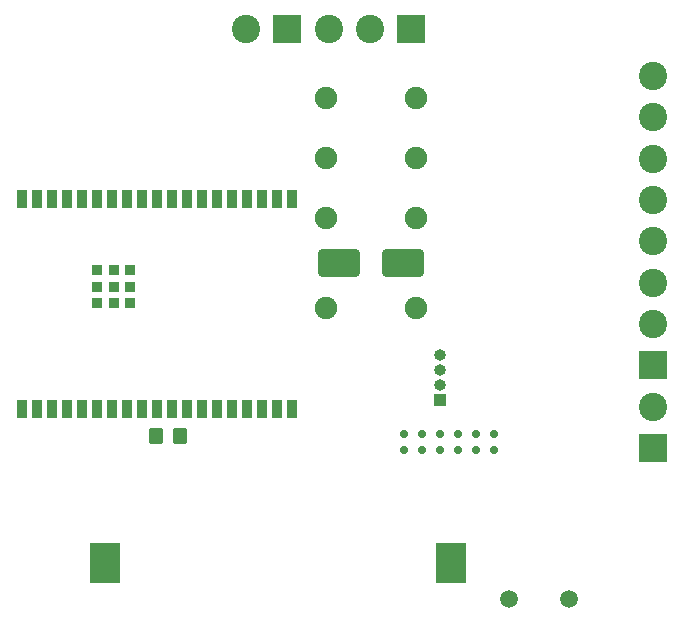
<source format=gbr>
%TF.GenerationSoftware,KiCad,Pcbnew,(7.0.0-0)*%
%TF.CreationDate,2023-06-26T00:58:41+02:00*%
%TF.ProjectId,door_bell,646f6f72-5f62-4656-9c6c-2e6b69636164,rev?*%
%TF.SameCoordinates,Original*%
%TF.FileFunction,Soldermask,Bot*%
%TF.FilePolarity,Negative*%
%FSLAX46Y46*%
G04 Gerber Fmt 4.6, Leading zero omitted, Abs format (unit mm)*
G04 Created by KiCad (PCBNEW (7.0.0-0)) date 2023-06-26 00:58:41*
%MOMM*%
%LPD*%
G01*
G04 APERTURE LIST*
G04 Aperture macros list*
%AMRoundRect*
0 Rectangle with rounded corners*
0 $1 Rounding radius*
0 $2 $3 $4 $5 $6 $7 $8 $9 X,Y pos of 4 corners*
0 Add a 4 corners polygon primitive as box body*
4,1,4,$2,$3,$4,$5,$6,$7,$8,$9,$2,$3,0*
0 Add four circle primitives for the rounded corners*
1,1,$1+$1,$2,$3*
1,1,$1+$1,$4,$5*
1,1,$1+$1,$6,$7*
1,1,$1+$1,$8,$9*
0 Add four rect primitives between the rounded corners*
20,1,$1+$1,$2,$3,$4,$5,0*
20,1,$1+$1,$4,$5,$6,$7,0*
20,1,$1+$1,$6,$7,$8,$9,0*
20,1,$1+$1,$8,$9,$2,$3,0*%
G04 Aperture macros list end*
%ADD10R,2.540000X3.510000*%
%ADD11RoundRect,0.150000X0.200000X-0.150000X0.200000X0.150000X-0.200000X0.150000X-0.200000X-0.150000X0*%
%ADD12C,1.905000*%
%ADD13C,1.500000*%
%ADD14R,2.400000X2.400000*%
%ADD15C,2.400000*%
%ADD16R,1.000000X1.000000*%
%ADD17O,1.000000X1.000000*%
%ADD18R,0.900000X0.900000*%
%ADD19R,0.880000X0.900000*%
%ADD20R,0.900000X1.500000*%
%ADD21RoundRect,0.250000X0.350000X0.450000X-0.350000X0.450000X-0.350000X-0.450000X0.350000X-0.450000X0*%
%ADD22RoundRect,0.250000X-1.500000X-0.900000X1.500000X-0.900000X1.500000X0.900000X-1.500000X0.900000X0*%
G04 APERTURE END LIST*
D10*
%TO.C,BT1*%
X148816199Y-108661199D03*
X119456199Y-108661199D03*
%TD*%
D11*
%TO.C,D9*%
X147828000Y-97725000D03*
X147828000Y-99125000D03*
%TD*%
D12*
%TO.C,K1*%
X145791000Y-87107000D03*
X145791000Y-79487000D03*
X145791000Y-74407000D03*
X145791000Y-69327000D03*
X138171000Y-69327000D03*
X138171000Y-74407000D03*
X138171000Y-79487000D03*
X138171000Y-87107000D03*
%TD*%
D13*
%TO.C,F1*%
X153670000Y-111760000D03*
X158750000Y-111760000D03*
%TD*%
D14*
%TO.C,J1*%
X165869999Y-98959999D03*
D15*
X165870000Y-95460000D03*
%TD*%
D14*
%TO.C,J6*%
X165869999Y-91949999D03*
D15*
X165870000Y-88450000D03*
X165870000Y-84950000D03*
X165870000Y-81450000D03*
X165870000Y-77950000D03*
X165870000Y-74450000D03*
X165870000Y-70950000D03*
X165870000Y-67450000D03*
%TD*%
D16*
%TO.C,J4*%
X147827999Y-94868999D03*
D17*
X147827999Y-93598999D03*
X147827999Y-92328999D03*
X147827999Y-91058999D03*
%TD*%
D14*
%TO.C,J2*%
X134879999Y-63439999D03*
D15*
X131380000Y-63440000D03*
%TD*%
D14*
%TO.C,J3*%
X145429999Y-63439999D03*
D15*
X141930000Y-63440000D03*
X138430000Y-63440000D03*
%TD*%
D11*
%TO.C,D11*%
X150876000Y-97725000D03*
X150876000Y-99125000D03*
%TD*%
%TO.C,D10*%
X149352000Y-97725000D03*
X149352000Y-99125000D03*
%TD*%
%TO.C,D12*%
X152400000Y-97725000D03*
X152400000Y-99125000D03*
%TD*%
D18*
%TO.C,U6*%
X118809999Y-83889999D03*
X118809999Y-85289999D03*
X118809999Y-86689999D03*
X120209999Y-83889999D03*
X120209999Y-85289999D03*
X120209999Y-86689999D03*
D19*
X121589999Y-85299999D03*
D18*
X121609999Y-83899999D03*
X121609999Y-86699999D03*
D20*
X112419999Y-77879999D03*
X113689999Y-77879999D03*
X114959999Y-77879999D03*
X116229999Y-77879999D03*
X117499999Y-77879999D03*
X118769999Y-77879999D03*
X120039999Y-77879999D03*
X121309999Y-77879999D03*
X122579999Y-77879999D03*
X123849999Y-77879999D03*
X125119999Y-77879999D03*
X126389999Y-77879999D03*
X127659999Y-77879999D03*
X128929999Y-77879999D03*
X130199999Y-77879999D03*
X131469999Y-77879999D03*
X132739999Y-77879999D03*
X134009999Y-77879999D03*
X135279999Y-77879999D03*
X135279999Y-95659999D03*
X134009999Y-95659999D03*
X132739999Y-95659999D03*
X131469999Y-95659999D03*
X130199999Y-95659999D03*
X128929999Y-95659999D03*
X127659999Y-95659999D03*
X126389999Y-95659999D03*
X125119999Y-95659999D03*
X123849999Y-95659999D03*
X122579999Y-95659999D03*
X121309999Y-95659999D03*
X120039999Y-95659999D03*
X118769999Y-95659999D03*
X117499999Y-95659999D03*
X116229999Y-95659999D03*
X114959999Y-95659999D03*
X113689999Y-95659999D03*
X112419999Y-95659999D03*
%TD*%
D11*
%TO.C,D5*%
X144780000Y-97725000D03*
X144780000Y-99125000D03*
%TD*%
D21*
%TO.C,R5*%
X125841000Y-97917000D03*
X123841000Y-97917000D03*
%TD*%
D11*
%TO.C,D6*%
X146304000Y-97725000D03*
X146304000Y-99125000D03*
%TD*%
D22*
%TO.C,D2*%
X139314000Y-83297000D03*
X144714000Y-83297000D03*
%TD*%
M02*

</source>
